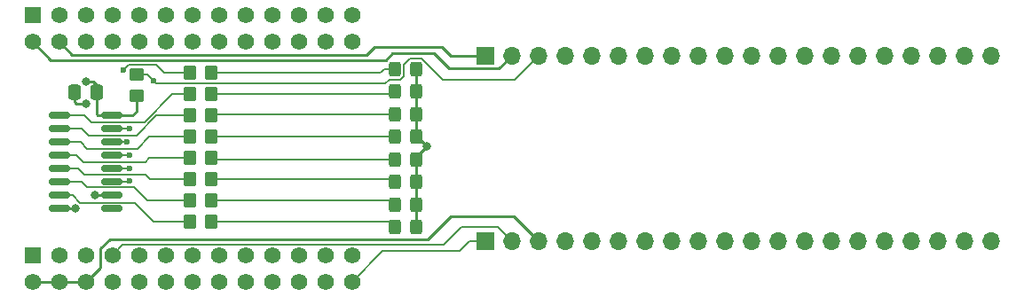
<source format=gtl>
G04 #@! TF.GenerationSoftware,KiCad,Pcbnew,(6.0.11-0)*
G04 #@! TF.CreationDate,2023-06-20T16:53:37+02:00*
G04 #@! TF.ProjectId,ft4232h_mini_module,66743432-3332-4685-9f6d-696e695f6d6f,A*
G04 #@! TF.SameCoordinates,Original*
G04 #@! TF.FileFunction,Copper,L1,Top*
G04 #@! TF.FilePolarity,Positive*
%FSLAX46Y46*%
G04 Gerber Fmt 4.6, Leading zero omitted, Abs format (unit mm)*
G04 Created by KiCad (PCBNEW (6.0.11-0)) date 2023-06-20 16:53:37*
%MOMM*%
%LPD*%
G01*
G04 APERTURE LIST*
G04 Aperture macros list*
%AMRoundRect*
0 Rectangle with rounded corners*
0 $1 Rounding radius*
0 $2 $3 $4 $5 $6 $7 $8 $9 X,Y pos of 4 corners*
0 Add a 4 corners polygon primitive as box body*
4,1,4,$2,$3,$4,$5,$6,$7,$8,$9,$2,$3,0*
0 Add four circle primitives for the rounded corners*
1,1,$1+$1,$2,$3*
1,1,$1+$1,$4,$5*
1,1,$1+$1,$6,$7*
1,1,$1+$1,$8,$9*
0 Add four rect primitives between the rounded corners*
20,1,$1+$1,$2,$3,$4,$5,0*
20,1,$1+$1,$4,$5,$6,$7,0*
20,1,$1+$1,$6,$7,$8,$9,0*
20,1,$1+$1,$8,$9,$2,$3,0*%
G04 Aperture macros list end*
G04 #@! TA.AperFunction,SMDPad,CuDef*
%ADD10RoundRect,0.250000X0.325000X0.450000X-0.325000X0.450000X-0.325000X-0.450000X0.325000X-0.450000X0*%
G04 #@! TD*
G04 #@! TA.AperFunction,SMDPad,CuDef*
%ADD11RoundRect,0.250000X-0.350000X-0.450000X0.350000X-0.450000X0.350000X0.450000X-0.350000X0.450000X0*%
G04 #@! TD*
G04 #@! TA.AperFunction,SMDPad,CuDef*
%ADD12RoundRect,0.250000X-0.337500X-0.475000X0.337500X-0.475000X0.337500X0.475000X-0.337500X0.475000X0*%
G04 #@! TD*
G04 #@! TA.AperFunction,SMDPad,CuDef*
%ADD13RoundRect,0.150000X-0.825000X-0.150000X0.825000X-0.150000X0.825000X0.150000X-0.825000X0.150000X0*%
G04 #@! TD*
G04 #@! TA.AperFunction,ComponentPad*
%ADD14R,1.562100X1.562100*%
G04 #@! TD*
G04 #@! TA.AperFunction,ComponentPad*
%ADD15C,1.562100*%
G04 #@! TD*
G04 #@! TA.AperFunction,SMDPad,CuDef*
%ADD16RoundRect,0.250000X0.450000X-0.350000X0.450000X0.350000X-0.450000X0.350000X-0.450000X-0.350000X0*%
G04 #@! TD*
G04 #@! TA.AperFunction,ComponentPad*
%ADD17R,1.700000X1.700000*%
G04 #@! TD*
G04 #@! TA.AperFunction,ComponentPad*
%ADD18O,1.700000X1.700000*%
G04 #@! TD*
G04 #@! TA.AperFunction,ViaPad*
%ADD19C,0.600000*%
G04 #@! TD*
G04 #@! TA.AperFunction,ViaPad*
%ADD20C,0.800000*%
G04 #@! TD*
G04 #@! TA.AperFunction,Conductor*
%ADD21C,0.254000*%
G04 #@! TD*
G04 #@! TA.AperFunction,Conductor*
%ADD22C,0.127000*%
G04 #@! TD*
G04 #@! TA.AperFunction,Conductor*
%ADD23C,0.152400*%
G04 #@! TD*
G04 APERTURE END LIST*
D10*
X138185000Y-97028000D03*
X136135000Y-97028000D03*
D11*
X116602000Y-105307000D03*
X118602000Y-105307000D03*
D12*
X105642500Y-94960000D03*
X107717500Y-94960000D03*
D11*
X116602000Y-101243000D03*
X118602000Y-101243000D03*
X116602000Y-97179000D03*
X118602000Y-97179000D03*
X116602000Y-95147000D03*
X118602000Y-95147000D03*
D13*
X104205000Y-97155000D03*
X104205000Y-98425000D03*
X104205000Y-99695000D03*
X104205000Y-100965000D03*
X104205000Y-102235000D03*
X104205000Y-103505000D03*
X104205000Y-104775000D03*
X104205000Y-106045000D03*
X109155000Y-106045000D03*
X109155000Y-104775000D03*
X109155000Y-103505000D03*
X109155000Y-102235000D03*
X109155000Y-100965000D03*
X109155000Y-99695000D03*
X109155000Y-98425000D03*
X109155000Y-97155000D03*
D14*
X101600000Y-110505000D03*
D15*
X101600000Y-113045000D03*
X104140000Y-110505000D03*
X104140000Y-113045000D03*
X106680000Y-110505000D03*
X106680000Y-113045000D03*
X109220000Y-110505000D03*
X109220000Y-113045000D03*
X111760000Y-110505000D03*
X111760000Y-113045000D03*
X114300000Y-110505000D03*
X114300000Y-113045000D03*
X116840000Y-110505000D03*
X116840000Y-113045000D03*
X119380000Y-110505000D03*
X119380000Y-113045000D03*
X121920000Y-110505000D03*
X121920000Y-113045000D03*
X124460000Y-110505000D03*
X124460000Y-113045000D03*
X127000000Y-110505000D03*
X127000000Y-113045000D03*
X129540000Y-110505000D03*
X129540000Y-113045000D03*
X132080000Y-110505000D03*
X132080000Y-113045000D03*
D14*
X101600000Y-87615000D03*
D15*
X101600000Y-90155000D03*
X104140000Y-87615000D03*
X104140000Y-90155000D03*
X106680000Y-87615000D03*
X106680000Y-90155000D03*
X109220000Y-87615000D03*
X109220000Y-90155000D03*
X111760000Y-87615000D03*
X111760000Y-90155000D03*
X114300000Y-87615000D03*
X114300000Y-90155000D03*
X116840000Y-87615000D03*
X116840000Y-90155000D03*
X119380000Y-87615000D03*
X119380000Y-90155000D03*
X121920000Y-87615000D03*
X121920000Y-90155000D03*
X124460000Y-87615000D03*
X124460000Y-90155000D03*
X127000000Y-87615000D03*
X127000000Y-90155000D03*
X129540000Y-87615000D03*
X129540000Y-90155000D03*
X132080000Y-87615000D03*
X132080000Y-90155000D03*
D10*
X138185000Y-103505000D03*
X136135000Y-103505000D03*
X138185000Y-101346000D03*
X136135000Y-101346000D03*
X138185000Y-92710000D03*
X136135000Y-92710000D03*
X138185000Y-105664000D03*
X136135000Y-105664000D03*
D11*
X116602000Y-93091000D03*
X118602000Y-93091000D03*
D10*
X138185000Y-99187000D03*
X136135000Y-99187000D03*
X138185000Y-94869000D03*
X136135000Y-94869000D03*
D11*
X116602000Y-103275000D03*
X118602000Y-103275000D03*
X116602000Y-99211000D03*
X118602000Y-99211000D03*
D10*
X138185000Y-107823000D03*
X136135000Y-107823000D03*
D11*
X116602000Y-107339000D03*
X118602000Y-107339000D03*
D16*
X111506000Y-95250000D03*
X111506000Y-93250000D03*
D17*
X144780000Y-91440000D03*
D18*
X147320000Y-91440000D03*
X149860000Y-91440000D03*
X152400000Y-91440000D03*
X154940000Y-91440000D03*
X157480000Y-91440000D03*
X160020000Y-91440000D03*
X162560000Y-91440000D03*
X165100000Y-91440000D03*
X167640000Y-91440000D03*
X170180000Y-91440000D03*
X172720000Y-91440000D03*
X175260000Y-91440000D03*
X177800000Y-91440000D03*
X180340000Y-91440000D03*
X182880000Y-91440000D03*
X185420000Y-91440000D03*
X187960000Y-91440000D03*
X190500000Y-91440000D03*
X193040000Y-91440000D03*
D17*
X144780000Y-109195000D03*
D18*
X147320000Y-109195000D03*
X149860000Y-109195000D03*
X152400000Y-109195000D03*
X154940000Y-109195000D03*
X157480000Y-109195000D03*
X160020000Y-109195000D03*
X162560000Y-109195000D03*
X165100000Y-109195000D03*
X167640000Y-109195000D03*
X170180000Y-109195000D03*
X172720000Y-109195000D03*
X175260000Y-109195000D03*
X177800000Y-109195000D03*
X180340000Y-109195000D03*
X182880000Y-109195000D03*
X185420000Y-109195000D03*
X187960000Y-109195000D03*
X190500000Y-109195000D03*
X193040000Y-109195000D03*
D19*
X110871000Y-100965000D03*
X113156250Y-93853750D03*
X110236000Y-92837000D03*
X110871000Y-98425000D03*
D20*
X139192000Y-100121000D03*
X106680000Y-96012000D03*
X105664000Y-106045000D03*
X106712725Y-93956391D03*
X107569000Y-104775000D03*
D19*
X110871000Y-103378000D03*
X110871000Y-102235000D03*
X110617000Y-99695000D03*
D21*
X108057950Y-111667050D02*
X108057950Y-109874050D01*
X108966000Y-108966000D02*
X139326088Y-108966000D01*
X139326088Y-108966000D02*
X141485088Y-106807000D01*
X147472000Y-106807000D02*
X149860000Y-109195000D01*
X141485088Y-106807000D02*
X147472000Y-106807000D01*
X106680000Y-113045000D02*
X108057950Y-111667050D01*
X108057950Y-109874050D02*
X108966000Y-108966000D01*
X106680000Y-113045000D02*
X101600000Y-113045000D01*
D22*
X147320000Y-109195000D02*
X145948000Y-107823000D01*
X142494000Y-107823000D02*
X140808950Y-109508050D01*
X145948000Y-107823000D02*
X142494000Y-107823000D01*
X140808950Y-109508050D02*
X110216950Y-109508050D01*
X110216950Y-109508050D02*
X109220000Y-110505000D01*
X143281000Y-109195000D02*
X144780000Y-109195000D01*
X132080000Y-113045000D02*
X134998500Y-110126500D01*
X142349500Y-110126500D02*
X143281000Y-109195000D01*
X134998500Y-110126500D02*
X142349500Y-110126500D01*
D21*
X141312000Y-92671000D02*
X139889499Y-91248499D01*
X103317299Y-91872299D02*
X101600000Y-90155000D01*
X135305332Y-91872299D02*
X103317299Y-91872299D01*
X139889499Y-91248499D02*
X135929132Y-91248499D01*
X147320000Y-91440000D02*
X146089000Y-92671000D01*
X146089000Y-92671000D02*
X141312000Y-92671000D01*
X135929132Y-91248499D02*
X135305332Y-91872299D01*
X141478000Y-91440000D02*
X140635000Y-90597000D01*
X144780000Y-91440000D02*
X141478000Y-91440000D01*
X134193000Y-90597000D02*
X133425202Y-91364798D01*
X133425202Y-91364798D02*
X105349798Y-91364798D01*
X105349798Y-91364798D02*
X104140000Y-90155000D01*
X140635000Y-90597000D02*
X134193000Y-90597000D01*
D22*
X138745066Y-91692500D02*
X137624934Y-91692500D01*
X137624934Y-91692500D02*
X137027500Y-92289934D01*
X147572500Y-93727500D02*
X140780066Y-93727500D01*
X135255000Y-94107000D02*
X113409500Y-94107000D01*
X140780066Y-93727500D02*
X138745066Y-91692500D01*
X135634500Y-93727500D02*
X135255000Y-94107000D01*
X137027500Y-93395066D02*
X136695066Y-93727500D01*
X112552500Y-93250000D02*
X113156250Y-93853750D01*
X111506000Y-93250000D02*
X112552500Y-93250000D01*
X149860000Y-91440000D02*
X147572500Y-93727500D01*
X113409500Y-94107000D02*
X113156250Y-93853750D01*
X137027500Y-92289934D02*
X137027500Y-93395066D01*
X109155000Y-100965000D02*
X110871000Y-100965000D01*
X136695066Y-93727500D02*
X135634500Y-93727500D01*
D23*
X109155000Y-98425000D02*
X110871000Y-98425000D01*
X114173000Y-93091000D02*
X113411000Y-92329000D01*
X110744000Y-92329000D02*
X110236000Y-92837000D01*
X113411000Y-92329000D02*
X110744000Y-92329000D01*
X116602000Y-93091000D02*
X114173000Y-93091000D01*
D22*
X114911000Y-95147000D02*
X112268000Y-97790000D01*
X106553000Y-97155000D02*
X104205000Y-97155000D01*
X112268000Y-97790000D02*
X107188000Y-97790000D01*
X107188000Y-97790000D02*
X106553000Y-97155000D01*
X116602000Y-95147000D02*
X114911000Y-95147000D01*
X106299000Y-98425000D02*
X104205000Y-98425000D01*
X106934000Y-99060000D02*
X106299000Y-98425000D01*
X111506000Y-99060000D02*
X106934000Y-99060000D01*
X113387000Y-97179000D02*
X111506000Y-99060000D01*
X116602000Y-97179000D02*
X113387000Y-97179000D01*
X106807000Y-100330000D02*
X106172000Y-99695000D01*
X111633000Y-100330000D02*
X106807000Y-100330000D01*
X116602000Y-99211000D02*
X112752000Y-99211000D01*
X112752000Y-99211000D02*
X111633000Y-100330000D01*
X106172000Y-99695000D02*
X104205000Y-99695000D01*
X112395000Y-101600000D02*
X106426000Y-101600000D01*
X112752000Y-101243000D02*
X112395000Y-101600000D01*
X106426000Y-101600000D02*
X105791000Y-100965000D01*
X116602000Y-101243000D02*
X112752000Y-101243000D01*
X105791000Y-100965000D02*
X104205000Y-100965000D01*
X104205000Y-102235000D02*
X105918000Y-102235000D01*
X105918000Y-102235000D02*
X106518000Y-102835000D01*
X112360000Y-102835000D02*
X112800000Y-103275000D01*
X112800000Y-103275000D02*
X116602000Y-103275000D01*
X106518000Y-102835000D02*
X112360000Y-102835000D01*
X112546000Y-105307000D02*
X111259900Y-104020900D01*
X104205000Y-103505000D02*
X106299000Y-103505000D01*
X116602000Y-105307000D02*
X112546000Y-105307000D01*
X106299000Y-103505000D02*
X106814900Y-104020900D01*
X111259900Y-104020900D02*
X106814900Y-104020900D01*
X105410000Y-104775000D02*
X104205000Y-104775000D01*
X113181000Y-107339000D02*
X111334000Y-105492000D01*
X106127000Y-105492000D02*
X105410000Y-104775000D01*
X116602000Y-107339000D02*
X113181000Y-107339000D01*
X111334000Y-105492000D02*
X106127000Y-105492000D01*
D21*
X105791000Y-96012000D02*
X106680000Y-96012000D01*
X104205000Y-106045000D02*
X105664000Y-106045000D01*
X105642500Y-95863500D02*
X105791000Y-96012000D01*
X105642500Y-94960000D02*
X105642500Y-95863500D01*
X138185000Y-92710000D02*
X138185000Y-99114000D01*
X138185000Y-107823000D02*
X138185000Y-101128000D01*
X138185000Y-99114000D02*
X139192000Y-100121000D01*
X138185000Y-101128000D02*
X139192000Y-100121000D01*
X107823000Y-97155000D02*
X107696000Y-97028000D01*
X107696000Y-97028000D02*
X107696000Y-94981500D01*
X107418391Y-93956391D02*
X106712725Y-93956391D01*
X109155000Y-97155000D02*
X107823000Y-97155000D01*
X107717500Y-94255500D02*
X107418391Y-93956391D01*
X111506000Y-96774000D02*
X111506000Y-95250000D01*
X107717500Y-94960000D02*
X107717500Y-94255500D01*
X111125000Y-97155000D02*
X111506000Y-96774000D01*
X109155000Y-104775000D02*
X107569000Y-104775000D01*
X109155000Y-97155000D02*
X111125000Y-97155000D01*
D22*
X109155000Y-103505000D02*
X110744000Y-103505000D01*
X110744000Y-103505000D02*
X110871000Y-103378000D01*
X109155000Y-102235000D02*
X110871000Y-102235000D01*
X109155000Y-99695000D02*
X110617000Y-99695000D01*
X118602000Y-93091000D02*
X134747000Y-93091000D01*
X136135000Y-92710000D02*
X135128000Y-92710000D01*
X135128000Y-92710000D02*
X134874000Y-92964000D01*
X134747000Y-93091000D02*
X134874000Y-92964000D01*
X118602000Y-95147000D02*
X118626000Y-95123000D01*
X135833000Y-95123000D02*
X135857000Y-95147000D01*
X118626000Y-95123000D02*
X135833000Y-95123000D01*
X136135000Y-97028000D02*
X118753000Y-97028000D01*
X118602000Y-99211000D02*
X136111000Y-99211000D01*
X136135000Y-101346000D02*
X118705000Y-101346000D01*
X118602000Y-103275000D02*
X135905000Y-103275000D01*
X118602000Y-105307000D02*
X135778000Y-105307000D01*
X118602000Y-107339000D02*
X135651000Y-107339000D01*
M02*

</source>
